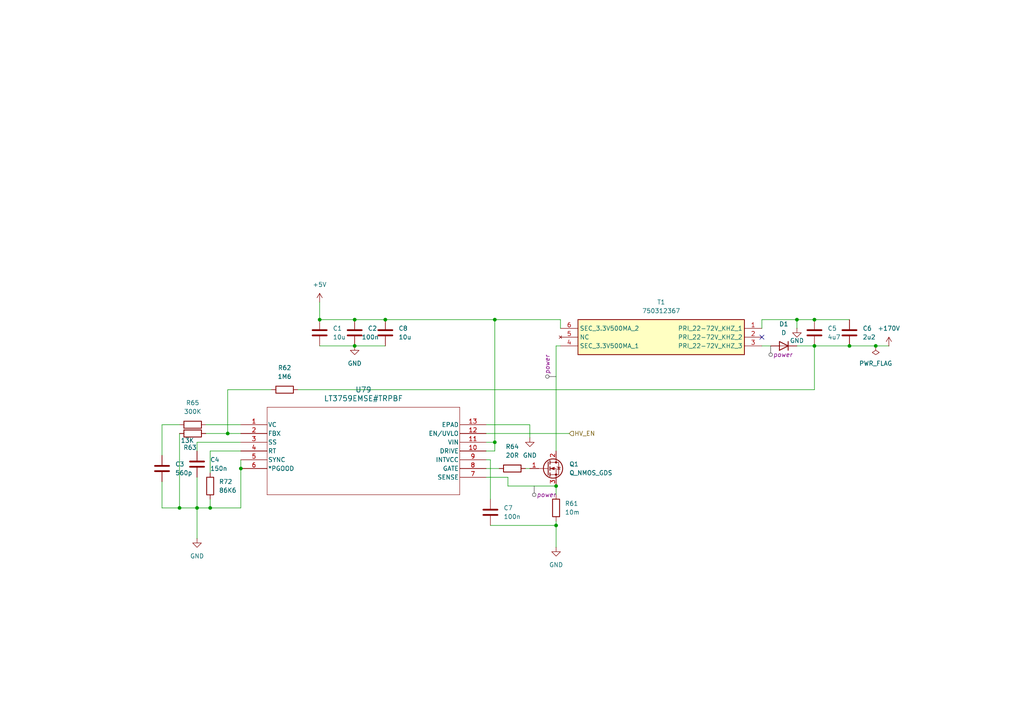
<source format=kicad_sch>
(kicad_sch (version 20231120) (generator "eeschema") (generator_version "8.0")
  (paper "A4")
  (lib_symbols
    (symbol "2024-10-24_20-25-09:LT3759EMSE-TRPBF" (pin_names (offset 0.254))
      (property "Reference" "U" (at 35.56 10.16 0))
      (property "Value" "LT3759EMSE-TRPBF" (at 35.56 7.62 0))
      (symbol "LT3759EMSE-TRPBF_0_1"
        (polyline (pts (xy 7.62 -20.32) (xy 63.5 -20.32)) (stroke (width 0.127)))
        (polyline (pts (xy 7.62 5.08) (xy 7.62 -20.32)) (stroke (width 0.127)))
        (polyline (pts (xy 63.5 -20.32) (xy 63.5 5.08)) (stroke (width 0.127)))
        (polyline (pts (xy 63.5 5.08) (xy 7.62 5.08)) (stroke (width 0.127)))
        (pin unspecified line (at 0 0 0) (length 7.62) (name "VC") (number "1"))
        (pin unspecified line (at 71.12 -7.62 180) (length 7.62) (name "DRIVE") (number "10"))
        (pin input line (at 71.12 -5.08 180) (length 7.62) (name "VIN") (number "11"))
        (pin unspecified line (at 71.12 -2.54 180) (length 7.62) (name "EN/UVLO") (number "12"))
        (pin unspecified line (at 71.12 0 180) (length 7.62) (name "EPAD") (number "13"))
        (pin output line (at 0 -2.54 0) (length 7.62) (name "FBX") (number "2"))
        (pin unspecified line (at 0 -5.08 0) (length 7.62) (name "SS") (number "3"))
        (pin unspecified line (at 0 -7.62 0) (length 7.62) (name "RT") (number "4"))
        (pin unspecified line (at 0 -10.16 0) (length 7.62) (name "SYNC") (number "5"))
        (pin input line (at 71.12 -15.24 180) (length 7.62) (name "SENSE") (number "7"))
        (pin output line (at 71.12 -12.7 180) (length 7.62) (name "GATE") (number "8"))
        (pin unspecified line (at 71.12 -10.16 180) (length 7.62) (name "INTVCC") (number "9"))
      )
      (symbol "LT3759EMSE-TRPBF_1_1"
        (pin open_collector line (at 0 -12.7 0) (length 7.62) (name "*PGOOD") (number "6"))
      )
    )
    (symbol "750312367:750312367"
      (property "Reference" "T" (at 54.61 7.62 0))
      (property "Value" "750312367" (at 54.61 5.08 0))
      (symbol "750312367_1_1"
        (rectangle (start 5.08 2.54) (end 53.34 -7.62) (stroke (width 0.254)) (fill (type background)))
        (pin passive line (at 0 -5.08 0) (length 5.08) (name "PRI_22-72V_KHZ_1") (number "1"))
        (pin passive line (at 0 -2.54 0) (length 5.08) (name "PRI_22-72V_KHZ_2") (number "2"))
        (pin passive line (at 0 0 0) (length 5.08) (name "PRI_22-72V_KHZ_3") (number "3"))
        (pin passive line (at 58.42 0 180) (length 5.08) (name "SEC_3.3V500MA_1") (number "4"))
        (pin no_connect line (at 58.42 -2.54 180) (length 5.08) (name "NC") (number "5"))
        (pin passive line (at 58.42 -5.08 180) (length 5.08) (name "SEC_3.3V500MA_2") (number "6"))
      )
    )
    (symbol "Device:C" (pin_numbers hide) (pin_names (offset 0.254))
      (property "Reference" "C" (at 0.635 2.54 0))
      (property "Value" "C" (at 0.635 -2.54 0))
      (symbol "C_0_1"
        (polyline (pts (xy -2.032 -0.762) (xy 2.032 -0.762)) (stroke (width 0.508)))
        (polyline (pts (xy -2.032 0.762) (xy 2.032 0.762)) (stroke (width 0.508)))
      )
      (symbol "C_1_1"
        (pin passive line (at 0 3.81 270) (length 2.794) (name "~") (number "1"))
        (pin passive line (at 0 -3.81 90) (length 2.794) (name "~") (number "2"))
      )
    )
    (symbol "Device:D" (pin_numbers hide) (pin_names (offset 1.016) hide)
      (property "Reference" "D" (at 0 2.54 0))
      (property "Value" "D" (at 0 -2.54 0))
      (symbol "D_0_1"
        (polyline (pts (xy -1.27 1.27) (xy -1.27 -1.27)) (stroke (width 0.254)))
        (polyline (pts (xy 1.27 0) (xy -1.27 0)))
        (polyline (pts (xy 1.27 1.27) (xy 1.27 -1.27) (xy -1.27 0) (xy 1.27 1.27)) (stroke (width 0.254)))
      )
      (symbol "D_1_1"
        (pin passive line (at -3.81 0 0) (length 2.54) (name "K") (number "1"))
        (pin passive line (at 3.81 0 180) (length 2.54) (name "A") (number "2"))
      )
    )
    (symbol "Device:Q_NMOS_GDS" (pin_names (offset 0) hide)
      (property "Reference" "Q" (at 5.08 1.27 0))
      (property "Value" "Q_NMOS_GDS" (at 5.08 -1.27 0))
      (symbol "Q_NMOS_GDS_0_1"
        (polyline (pts (xy 0.254 0) (xy -2.54 0)))
        (polyline (pts (xy 0.254 1.905) (xy 0.254 -1.905)) (stroke (width 0.254)))
        (polyline (pts (xy 0.762 -1.27) (xy 0.762 -2.286)) (stroke (width 0.254)))
        (polyline (pts (xy 0.762 0.508) (xy 0.762 -0.508)) (stroke (width 0.254)))
        (polyline (pts (xy 0.762 2.286) (xy 0.762 1.27)) (stroke (width 0.254)))
        (polyline (pts (xy 2.54 2.54) (xy 2.54 1.778)))
        (polyline (pts (xy 2.54 -2.54) (xy 2.54 0) (xy 0.762 0)))
        (polyline (pts (xy 0.762 -1.778) (xy 3.302 -1.778) (xy 3.302 1.778) (xy 0.762 1.778)))
        (polyline (pts (xy 1.016 0) (xy 2.032 0.381) (xy 2.032 -0.381) (xy 1.016 0)) (fill (type outline)))
        (polyline (pts (xy 2.794 0.508) (xy 2.921 0.381) (xy 3.683 0.381) (xy 3.81 0.254)))
        (polyline (pts (xy 3.302 0.381) (xy 2.921 -0.254) (xy 3.683 -0.254) (xy 3.302 0.381)))
        (circle (center 1.651 0) (radius 2.794) (stroke (width 0.254)))
        (circle (center 2.54 -1.778) (radius 0.254) (fill (type outline)))
        (circle (center 2.54 1.778) (radius 0.254) (fill (type outline)))
      )
      (symbol "Q_NMOS_GDS_1_1"
        (pin input line (at -5.08 0 0) (length 2.54) (name "G") (number "1"))
        (pin passive line (at 2.54 5.08 270) (length 2.54) (name "D") (number "2"))
        (pin passive line (at 2.54 -5.08 90) (length 2.54) (name "S") (number "3"))
      )
    )
    (symbol "Device:R" (pin_numbers hide) (pin_names (offset 0))
      (property "Reference" "R" (at 2.032 0 90))
      (property "Value" "R" (at 0 0 90))
      (symbol "R_0_1"
        (rectangle (start -1.016 -2.54) (end 1.016 2.54) (stroke (width 0.254)))
      )
      (symbol "R_1_1"
        (pin passive line (at 0 3.81 270) (length 1.27) (name "~") (number "1"))
        (pin passive line (at 0 -3.81 90) (length 1.27) (name "~") (number "2"))
      )
    )
    (symbol "power:+5V" (power) (pin_numbers hide) (pin_names (offset 0) hide)
      (property "Value" "+5V" (at 0 3.556 0))
      (symbol "+5V_0_1"
        (polyline (pts (xy -0.762 1.27) (xy 0 2.54)))
        (polyline (pts (xy 0 0) (xy 0 2.54)))
        (polyline (pts (xy 0 2.54) (xy 0.762 1.27)))
      )
      (symbol "+5V_1_1"
        (pin power_in line (at 0 0 90) (length 0) (name "~") (number "1"))
      )
    )
    (symbol "power:GND" (power) (pin_numbers hide) (pin_names (offset 0) hide)
      (property "Value" "GND" (at 0 -3.81 0))
      (symbol "GND_0_1"
        (polyline (pts (xy 0 0) (xy 0 -1.27) (xy 1.27 -1.27) (xy 0 -2.54) (xy -1.27 -1.27) (xy 0 -1.27)))
      )
      (symbol "GND_1_1"
        (pin power_in line (at 0 0 270) (length 0) (name "~") (number "1"))
      )
    )
    (symbol "power:PWR_FLAG" (power) (pin_numbers hide) (pin_names (offset 0) hide)
      (property "Value" "PWR_FLAG" (at 0 3.81 0))
      (symbol "PWR_FLAG_0_0"
        (pin power_out line (at 0 0 90) (length 0) (name "~") (number "1"))
      )
      (symbol "PWR_FLAG_0_1"
        (polyline (pts (xy 0 0) (xy 0 1.27) (xy -1.016 1.905) (xy 0 2.54) (xy 1.016 1.905) (xy 0 1.27)))
      )
    )
  )
  (junction (at 66.04 125.73))
  (junction (at 161.29 140.97))
  (junction (at 236.22 100.33))
  (junction (at 143.51 92.71))
  (junction (at 254 100.33))
  (junction (at 102.87 92.71))
  (junction (at 161.29 152.4))
  (junction (at 246.38 100.33))
  (junction (at 52.07 147.32))
  (junction (at 69.85 135.89))
  (junction (at 92.71 92.71))
  (junction (at 111.76 92.71))
  (junction (at 236.22 92.71))
  (junction (at 57.15 147.32))
  (junction (at 143.51 128.27))
  (junction (at 102.87 100.33))
  (junction (at 60.96 147.32))
  (junction (at 231.14 92.71))
  (no_connect (at 220.98 97.79))
  (wire (pts (xy 236.22 113.03) (xy 236.22 100.33)))
  (wire (pts (xy 60.96 130.81) (xy 60.96 137.16)))
  (wire (pts (xy 140.97 138.43) (xy 147.32 138.43)))
  (wire (pts (xy 220.98 100.33) (xy 223.52 100.33)))
  (wire (pts (xy 92.71 100.33) (xy 102.87 100.33)))
  (wire (pts (xy 153.67 123.19) (xy 153.67 127)))
  (wire (pts (xy 254 100.33) (xy 257.81 100.33)))
  (wire (pts (xy 140.97 135.89) (xy 144.78 135.89)))
  (wire (pts (xy 57.15 138.43) (xy 57.15 147.32)))
  (wire (pts (xy 57.15 128.27) (xy 69.85 128.27)))
  (wire (pts (xy 236.22 100.33) (xy 246.38 100.33)))
  (wire (pts (xy 140.97 123.19) (xy 153.67 123.19)))
  (wire (pts (xy 161.29 151.13) (xy 161.29 152.4)))
  (wire (pts (xy 246.38 100.33) (xy 254 100.33)))
  (wire (pts (xy 57.15 156.21) (xy 57.15 147.32)))
  (wire (pts (xy 143.51 128.27) (xy 143.51 92.71)))
  (wire (pts (xy 220.98 92.71) (xy 231.14 92.71)))
  (wire (pts (xy 52.07 147.32) (xy 52.07 125.73)))
  (wire (pts (xy 86.36 113.03) (xy 236.22 113.03)))
  (wire (pts (xy 92.71 87.63) (xy 92.71 92.71)))
  (wire (pts (xy 46.99 147.32) (xy 52.07 147.32)))
  (wire (pts (xy 60.96 144.78) (xy 60.96 147.32)))
  (wire (pts (xy 140.97 128.27) (xy 143.51 128.27)))
  (wire (pts (xy 60.96 147.32) (xy 57.15 147.32)))
  (wire (pts (xy 231.14 95.25) (xy 231.14 92.71)))
  (wire (pts (xy 69.85 133.35) (xy 69.85 135.89)))
  (wire (pts (xy 46.99 139.7) (xy 46.99 147.32)))
  (wire (pts (xy 66.04 125.73) (xy 69.85 125.73)))
  (wire (pts (xy 147.32 140.97) (xy 161.29 140.97)))
  (wire (pts (xy 142.24 133.35) (xy 142.24 144.78)))
  (wire (pts (xy 161.29 152.4) (xy 161.29 158.75)))
  (wire (pts (xy 143.51 130.81) (xy 143.51 128.27)))
  (wire (pts (xy 46.99 123.19) (xy 46.99 132.08)))
  (wire (pts (xy 220.98 95.25) (xy 220.98 92.71)))
  (wire (pts (xy 161.29 100.33) (xy 162.56 100.33)))
  (wire (pts (xy 52.07 123.19) (xy 46.99 123.19)))
  (wire (pts (xy 59.69 125.73) (xy 66.04 125.73)))
  (wire (pts (xy 143.51 92.71) (xy 162.56 92.71)))
  (wire (pts (xy 162.56 92.71) (xy 162.56 95.25)))
  (wire (pts (xy 161.29 130.81) (xy 161.29 100.33)))
  (wire (pts (xy 111.76 92.71) (xy 143.51 92.71)))
  (wire (pts (xy 231.14 92.71) (xy 236.22 92.71)))
  (wire (pts (xy 66.04 113.03) (xy 66.04 125.73)))
  (wire (pts (xy 92.71 92.71) (xy 102.87 92.71)))
  (wire (pts (xy 78.74 113.03) (xy 66.04 113.03)))
  (wire (pts (xy 142.24 152.4) (xy 161.29 152.4)))
  (wire (pts (xy 152.4 135.89) (xy 153.67 135.89)))
  (wire (pts (xy 102.87 92.71) (xy 111.76 92.71)))
  (wire (pts (xy 140.97 130.81) (xy 143.51 130.81)))
  (wire (pts (xy 231.14 100.33) (xy 236.22 100.33)))
  (wire (pts (xy 140.97 125.73) (xy 165.1 125.73)))
  (wire (pts (xy 57.15 130.81) (xy 57.15 128.27)))
  (wire (pts (xy 236.22 92.71) (xy 246.38 92.71)))
  (wire (pts (xy 140.97 133.35) (xy 142.24 133.35)))
  (wire (pts (xy 147.32 140.97) (xy 147.32 138.43)))
  (wire (pts (xy 69.85 135.89) (xy 69.85 147.32)))
  (wire (pts (xy 69.85 147.32) (xy 60.96 147.32)))
  (wire (pts (xy 69.85 130.81) (xy 60.96 130.81)))
  (wire (pts (xy 59.69 123.19) (xy 69.85 123.19)))
  (wire (pts (xy 161.29 140.97) (xy 161.29 143.51)))
  (wire (pts (xy 102.87 100.33) (xy 111.76 100.33)))
  (wire (pts (xy 52.07 147.32) (xy 57.15 147.32)))
  (hierarchical_label "HV_EN" (shape input) (at 165.1 125.73 0))
  (netclass_flag "" (length 2.54) (shape round) (at 223.52 100.33 180) (property "Netclass" "power" (at 224.2185 102.87 0) (effects (font (italic yes)) (justify left))))
  (netclass_flag "" (length 2.54) (shape round) (at 161.29 109.22 90) (property "Netclass" "power" (at 158.75 108.5215 90) (effects (font (italic yes)) (justify left))))
  (netclass_flag "" (length 2.54) (shape round) (at 154.94 140.97 180) (property "Netclass" "power" (at 155.6385 143.51 0) (effects (font (italic yes)) (justify left))))
  (symbol (lib_id "power:GND") (at 102.87 100.33 0) (unit 1)
    (property "Reference" "#PWR0100" (effects (hide yes)))
    (property "Value" "GND" (at 102.87 105.41 0))
    (property "Description" "Power symbol creates a global label with name \"GND\" , ground" (effects (hide yes)))
  )
  (symbol (lib_id "Device:R") (at 55.88 125.73 90) (unit 1)
    (property "Reference" "R63" (at 55.118 129.794 90))
    (property "Value" "13K" (at 54.356 127.762 90))
    (property "Footprint" "Resistor_SMD:R_0603_1608Metric" (effects (hide yes)))
    (property "Description" "Resistor" (effects (hide yes)))
    (property "LCSC Part #" "C402966" (effects (hide yes)))
  )
  (symbol (lib_id "power:+5V") (at 257.81 100.33 0) (unit 1)
    (property "Reference" "#PWR016" (effects (hide yes)))
    (property "Value" "+170V" (at 257.81 95.25 0))
    (property "Description" "Power symbol creates a global label with name \"+5V\"" (effects (hide yes)))
  )
  (symbol (lib_id "power:GND") (at 231.14 95.25 0) (unit 1)
    (property "Reference" "#PWR099" (effects (hide yes)))
    (property "Value" "GND" (at 231.14 98.806 0))
    (property "Description" "Power symbol creates a global label with name \"GND\" , ground" (effects (hide yes)))
  )
  (symbol (lib_id "Device:Q_NMOS_GDS") (at 158.75 135.89 0) (unit 1)
    (property "Reference" "Q1" (at 165.1 134.6199 0) (effects (justify left)))
    (property "Value" "Q_NMOS_GDS" (at 165.1 137.1599 0) (effects (justify left)))
    (property "Footprint" "Package_TO_SOT_SMD:LFPAK56" (effects (hide yes)))
    (property "Datasheet" "https://assets.nexperia.com/documents/data-sheet/PSMN014-80YL.pdf" (effects (hide yes)))
    (property "Description" "N-MOSFET transistor, gate/drain/source" (effects (hide yes)))
    (property "LCSC Part #" "C3282674" (effects (hide yes)))
  )
  (symbol (lib_id "750312367:750312367") (at 220.98 100.33 180) (unit 1)
    (property "Reference" "T1" (at 191.77 87.63 0))
    (property "Value" "750312367" (at 191.77 90.17 0))
    (property "Footprint" "750312367:750312367" (effects (hide yes)))
    (property "Datasheet" "https://componentsearchengine.com/Datasheets/1/750312367.pdf" (effects (hide yes)))
    (property "Description" "Power Transformers MID-L8300 LT Flyback Isol .3mH .3V .5A" (effects (hide yes)))
    (property "Height" "8.64" (effects (hide yes)))
    (property "Mouser Part Number" "710-750312367" (effects (hide yes)))
    (property "Mouser Price/Stock" "https://www.mouser.com/Search/Refine.aspx?Keyword=710-750312367" (effects (hide yes)))
    (property "Manufacturer_Name" "Wurth Elektronik" (effects (hide yes)))
    (property "Manufacturer_Part_Number" "750312367" (effects (hide yes)))
    (property "LCSC Part #" "C17357180" (effects (hide yes)))
  )
  (symbol (lib_id "Device:R") (at 55.88 123.19 90) (unit 1)
    (property "Reference" "R65" (at 55.88 116.84 90))
    (property "Value" "300K" (at 55.88 119.38 90))
    (property "Footprint" "Resistor_SMD:R_0603_1608Metric" (effects (hide yes)))
    (property "Description" "Resistor" (effects (hide yes)))
    (property "LCSC Part #" "C278615" (effects (hide yes)))
  )
  (symbol (lib_id "Device:R") (at 60.96 140.97 180) (unit 1)
    (property "Reference" "R72" (at 63.5 139.6999 0) (effects (justify right)))
    (property "Value" "86K6" (at 63.5 142.2399 0) (effects (justify right)))
    (property "Footprint" "Resistor_SMD:R_0603_1608Metric" (effects (hide yes)))
    (property "Description" "Resistor" (effects (hide yes)))
    (property "LCSC Part #" "C2094634" (effects (hide yes)))
  )
  (symbol (lib_id "Device:R") (at 148.59 135.89 90) (unit 1)
    (property "Reference" "R64" (at 148.59 129.54 90))
    (property "Value" "20R" (at 148.59 132.08 90))
    (property "Footprint" "Resistor_SMD:R_0603_1608Metric" (effects (hide yes)))
    (property "Description" "Resistor" (effects (hide yes)))
    (property "LCSC Part #" "C400657" (effects (hide yes)))
  )
  (symbol (lib_id "Device:C") (at 246.38 96.52 0) (unit 1)
    (property "Reference" "C6" (at 250.19 95.2499 0) (effects (justify left)))
    (property "Value" "2u2" (at 250.19 97.7899 0) (effects (justify left)))
    (property "Footprint" "Capacitor_SMD:C_2220_5750Metric" (effects (hide yes)))
    (property "Description" "Unpolarized capacitor" (effects (hide yes)))
    (property "LCSC Part #" "C2168251" (effects (hide yes)))
  )
  (symbol (lib_id "Device:D") (at 227.33 100.33 180) (unit 1)
    (property "Reference" "D1" (at 227.33 93.98 0))
    (property "Value" "D" (at 227.33 96.52 0))
    (property "Footprint" "Diode_SMD:D_SOD-123" (effects (hide yes)))
    (property "Description" "Diode" (effects (hide yes)))
    (property "Sim.Device" "D" (effects (hide yes)))
    (property "Sim.Pins" "1=K 2=A" (effects (hide yes)))
    (property "LCSC Part #" "C17550678" (effects (hide yes)))
  )
  (symbol (lib_id "power:GND") (at 161.29 158.75 0) (unit 1)
    (property "Reference" "#PWR097" (effects (hide yes)))
    (property "Value" "GND" (at 161.29 163.83 0))
    (property "Description" "Power symbol creates a global label with name \"GND\" , ground" (effects (hide yes)))
  )
  (symbol (lib_id "Device:C") (at 46.99 135.89 0) (unit 1)
    (property "Reference" "C3" (at 50.8 134.6199 0) (effects (justify left)))
    (property "Value" "560p" (at 50.8 137.1599 0) (effects (justify left)))
    (property "Footprint" "Capacitor_SMD:C_0603_1608Metric" (effects (hide yes)))
    (property "Description" "Unpolarized capacitor" (effects (hide yes)))
    (property "LCSC Part #" "C2171678" (effects (hide yes)))
  )
  (symbol (lib_id "Device:C") (at 92.71 96.52 0) (unit 1)
    (property "Reference" "C1" (at 96.52 95.2499 0) (effects (justify left)))
    (property "Value" "10u" (at 96.52 97.7899 0) (effects (justify left)))
    (property "Footprint" "Capacitor_SMD:C_1210_3225Metric" (effects (hide yes)))
    (property "Description" "Unpolarized capacitor" (effects (hide yes)))
    (property "LCSC Part #" "C6477141" (effects (hide yes)))
  )
  (symbol (lib_id "Device:C") (at 57.15 134.62 180) (unit 1)
    (property "Reference" "C4" (at 60.96 133.3499 0) (effects (justify right)))
    (property "Value" "150n" (at 60.96 135.8899 0) (effects (justify right)))
    (property "Footprint" "Capacitor_SMD:C_0603_1608Metric" (effects (hide yes)))
    (property "Description" "Unpolarized capacitor" (effects (hide yes)))
    (property "LCSC Part #" "C3844381" (effects (hide yes)))
  )
  (symbol (lib_id "power:+5V") (at 92.71 87.63 0) (unit 1)
    (property "Reference" "#PWR01" (effects (hide yes)))
    (property "Value" "+5V" (at 92.71 82.55 0))
    (property "Description" "Power symbol creates a global label with name \"+5V\"" (effects (hide yes)))
  )
  (symbol (lib_id "Device:C") (at 236.22 96.52 0) (unit 1)
    (property "Reference" "C5" (at 240.03 95.2499 0) (effects (justify left)))
    (property "Value" "4u7" (at 240.03 97.7899 0) (effects (justify left)))
    (property "Footprint" "Capacitor_SMD:C_0603_1608Metric" (effects (hide yes)))
    (property "Description" "Unpolarized capacitor" (effects (hide yes)))
    (property "LCSC Part #" "C3842329" (effects (hide yes)))
  )
  (symbol (lib_id "Device:R") (at 82.55 113.03 90) (unit 1)
    (property "Reference" "R62" (at 82.55 106.68 90))
    (property "Value" "1M6" (at 82.55 109.22 90))
    (property "Footprint" "Resistor_SMD:R_0603_1608Metric" (effects (hide yes)))
    (property "Description" "Resistor" (effects (hide yes)))
    (property "LCSC Part #" "C2091296" (effects (hide yes)))
  )
  (symbol (lib_id "Device:C") (at 102.87 96.52 0) (unit 1)
    (property "Reference" "C2" (at 106.68 95.2499 0) (effects (justify left)))
    (property "Value" "100n" (at 104.902 97.79 0) (effects (justify left)))
    (property "Footprint" "Capacitor_SMD:C_0805_2012Metric" (effects (hide yes)))
    (property "Description" "Unpolarized capacitor" (effects (hide yes)))
    (property "LCSC Part #" "C2170365" (effects (hide yes)))
  )
  (symbol (lib_id "Device:R") (at 161.29 147.32 0) (unit 1)
    (property "Reference" "R61" (at 163.83 146.0499 0) (effects (justify left)))
    (property "Value" "10m" (at 163.83 148.5899 0) (effects (justify left)))
    (property "Footprint" "Resistor_SMD:R_0805_2012Metric" (effects (hide yes)))
    (property "Description" "Resistor" (effects (hide yes)))
    (property "LCSC Part #" "C2977779" (effects (hide yes)))
  )
  (symbol (lib_id "power:PWR_FLAG") (at 254 100.33 180) (unit 1)
    (property "Reference" "#FLG01" (effects (hide yes)))
    (property "Value" "PWR_FLAG" (at 254 105.41 0))
    (property "Description" "Special symbol for telling ERC where power comes from" (effects (hide yes)))
  )
  (symbol (lib_id "Device:C") (at 111.76 96.52 0) (unit 1)
    (property "Reference" "C8" (at 115.57 95.2499 0) (effects (justify left)))
    (property "Value" "10u" (at 115.57 97.7899 0) (effects (justify left)))
    (property "Footprint" "Capacitor_SMD:C_1210_3225Metric" (effects (hide yes)))
    (property "Description" "Unpolarized capacitor" (effects (hide yes)))
    (property "LCSC Part #" "C6477141" (effects (hide yes)))
  )
  (symbol (lib_id "power:GND") (at 57.15 156.21 0) (unit 1)
    (property "Reference" "#PWR098" (effects (hide yes)))
    (property "Value" "GND" (at 57.15 161.29 0))
    (property "Description" "Power symbol creates a global label with name \"GND\" , ground" (effects (hide yes)))
  )
  (symbol (lib_id "power:GND") (at 153.67 127 0) (unit 1)
    (property "Reference" "#PWR0105" (effects (hide yes)))
    (property "Value" "GND" (at 153.67 132.08 0))
    (property "Description" "Power symbol creates a global label with name \"GND\" , ground" (effects (hide yes)))
  )
  (symbol (lib_id "2024-10-24_20-25-09:LT3759EMSE-TRPBF") (at 69.85 123.19 0) (unit 1)
    (property "Reference" "U79" (at 105.41 113.03 0) (effects (font (size 1.524 1.524))))
    (property "Value" "LT3759EMSE#TRPBF" (at 105.41 115.57 0) (effects (font (size 1.524 1.524))))
    (property "Footprint" "LT3759EMSE:MSOP-12_MSE_LIT" (effects (hide yes)))
    (property "Datasheet" "LT3759EMSE#TRPBF" (effects (hide yes)))
    (property "LCSC Part #" "C580139" (effects (hide yes)))
  )
  (symbol (lib_id "Device:C") (at 142.24 148.59 0) (unit 1)
    (property "Reference" "C7" (at 146.05 147.3199 0) (effects (justify left)))
    (property "Value" "100n" (at 146.05 149.8599 0) (effects (justify left)))
    (property "Footprint" "Capacitor_SMD:C_1812_4532Metric" (effects (hide yes)))
    (property "Description" "Unpolarized capacitor" (effects (hide yes)))
    (property "LCSC Part #" "C2179130" (effects (hide yes)))
  )
)
</source>
